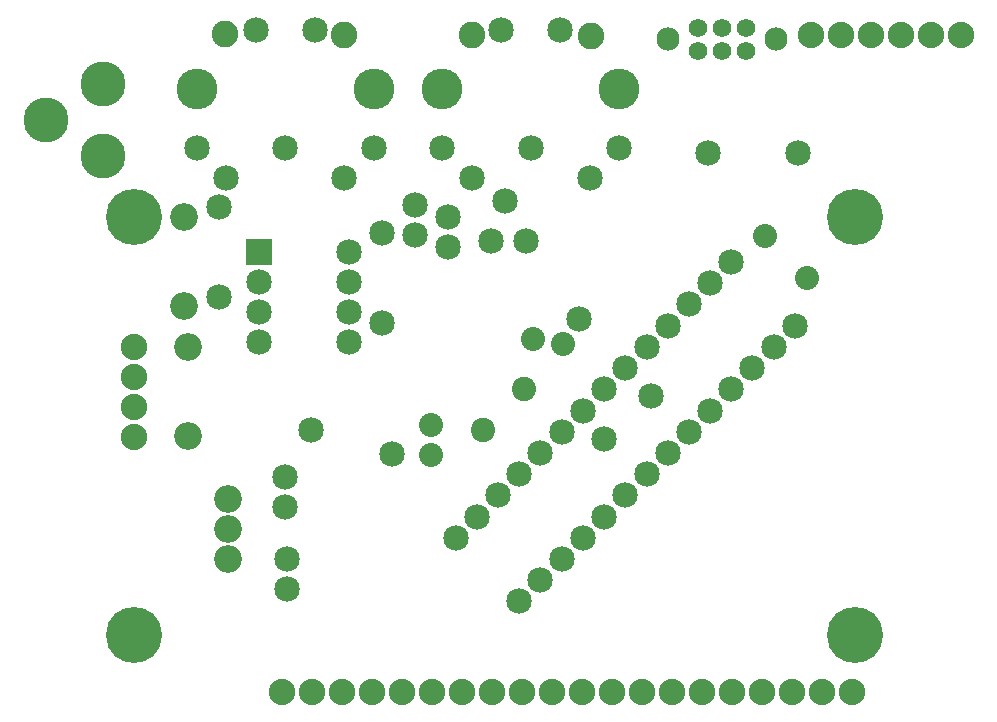
<source format=gts>
G04 MADE WITH FRITZING*
G04 WWW.FRITZING.ORG*
G04 DOUBLE SIDED*
G04 HOLES PLATED*
G04 CONTOUR ON CENTER OF CONTOUR VECTOR*
%ASAXBY*%
%FSLAX23Y23*%
%MOIN*%
%OFA0B0*%
%SFA1.0B1.0*%
%ADD10C,0.061496*%
%ADD11C,0.077244*%
%ADD12C,0.085000*%
%ADD13C,0.092000*%
%ADD14C,0.088740*%
%ADD15C,0.088000*%
%ADD16C,0.187165*%
%ADD17C,0.080925*%
%ADD18C,0.080866*%
%ADD19C,0.080000*%
%ADD20C,0.136000*%
%ADD21C,0.150000*%
%ADD22R,0.085000X0.085000*%
%ADD23C,0.030000*%
%LNMASK1*%
G90*
G70*
G54D10*
X2289Y2281D03*
X2289Y2202D03*
X2368Y2281D03*
X2368Y2202D03*
X2447Y2281D03*
X2447Y2202D03*
G54D11*
X2549Y2242D03*
X2187Y2242D03*
G54D10*
X2289Y2281D03*
X2289Y2202D03*
X2368Y2281D03*
X2368Y2202D03*
X2447Y2281D03*
X2447Y2202D03*
G54D11*
X2549Y2242D03*
X2187Y2242D03*
G54D12*
X1234Y1596D03*
X1234Y1296D03*
G54D13*
X573Y1651D03*
X573Y1353D03*
G54D12*
X1266Y861D03*
X999Y940D03*
G54D14*
X1931Y2253D03*
X1108Y2257D03*
X1533Y2257D03*
X710Y2261D03*
G54D15*
X407Y918D03*
X407Y1018D03*
X407Y1118D03*
X407Y1218D03*
G54D12*
X1715Y1570D03*
X1892Y1309D03*
G54D15*
X2802Y68D03*
X2702Y68D03*
X2602Y68D03*
X2502Y68D03*
X2402Y68D03*
X2302Y68D03*
X2202Y68D03*
X2102Y68D03*
X2002Y68D03*
X1902Y68D03*
X1802Y68D03*
X1702Y68D03*
X1602Y68D03*
X1502Y68D03*
X1402Y68D03*
X1302Y68D03*
X1202Y68D03*
X1102Y68D03*
X1002Y68D03*
X902Y68D03*
G54D16*
X407Y257D03*
X407Y1651D03*
X2812Y257D03*
X2812Y1651D03*
G54D12*
X2399Y1500D03*
X2611Y1288D03*
X2328Y1429D03*
X2540Y1217D03*
X2257Y1359D03*
X2469Y1146D03*
X2187Y1288D03*
X2399Y1076D03*
X2116Y1217D03*
X2328Y1005D03*
X2045Y1146D03*
X2257Y934D03*
X1975Y1076D03*
X2187Y864D03*
X1904Y1005D03*
X2116Y793D03*
X1833Y934D03*
X2045Y722D03*
X1762Y864D03*
X1975Y651D03*
X1692Y793D03*
X1904Y581D03*
X1621Y722D03*
X1833Y510D03*
X1550Y651D03*
X1762Y439D03*
X1480Y581D03*
X1692Y369D03*
G54D17*
X1570Y940D03*
G54D18*
X1706Y1076D03*
G54D19*
X1738Y1242D03*
X1837Y1228D03*
X1399Y856D03*
X1399Y956D03*
G54D12*
X1206Y1879D03*
X1108Y1781D03*
X911Y1879D03*
X714Y1781D03*
X616Y1879D03*
X1010Y2273D03*
G54D20*
X616Y2076D03*
X1206Y2076D03*
G54D12*
X813Y2273D03*
X2025Y1879D03*
X1927Y1781D03*
X1730Y1879D03*
X1533Y1781D03*
X1435Y1879D03*
X1829Y2273D03*
G54D20*
X1435Y2076D03*
X2025Y2076D03*
G54D12*
X1632Y2273D03*
G54D21*
X305Y1852D03*
X305Y2092D03*
X115Y1972D03*
G54D13*
X722Y509D03*
X722Y609D03*
X722Y709D03*
G54D12*
X911Y683D03*
X911Y783D03*
X919Y509D03*
X919Y409D03*
G54D13*
X588Y919D03*
X588Y1217D03*
G54D15*
X3163Y2257D03*
X3063Y2257D03*
X2963Y2257D03*
X2863Y2257D03*
X2763Y2257D03*
X2663Y2257D03*
G54D12*
X825Y1534D03*
X1125Y1534D03*
X825Y1434D03*
X1125Y1434D03*
X825Y1334D03*
X1125Y1334D03*
X825Y1234D03*
X1125Y1234D03*
X691Y1683D03*
X691Y1383D03*
G54D19*
X2510Y1588D03*
X2651Y1447D03*
G54D12*
X2321Y1864D03*
X2621Y1864D03*
X1344Y1690D03*
X1344Y1590D03*
X1455Y1651D03*
X1455Y1551D03*
X1644Y1704D03*
X1597Y1570D03*
X2132Y1053D03*
X1974Y911D03*
G54D22*
X825Y1534D03*
G54D23*
G36*
X604Y1621D02*
X542Y1621D01*
X542Y1683D01*
X604Y1683D01*
X604Y1621D01*
G37*
D02*
G36*
X2438Y1500D02*
X2399Y1461D01*
X2360Y1500D01*
X2399Y1539D01*
X2438Y1500D01*
G37*
D02*
G36*
X691Y540D02*
X753Y540D01*
X753Y478D01*
X691Y478D01*
X691Y540D01*
G37*
D02*
G36*
X884Y710D02*
X939Y710D01*
X939Y655D01*
X884Y655D01*
X884Y710D01*
G37*
D02*
G36*
X947Y482D02*
X892Y482D01*
X892Y537D01*
X947Y537D01*
X947Y482D01*
G37*
D02*
G36*
X557Y949D02*
X619Y949D01*
X619Y887D01*
X557Y887D01*
X557Y949D01*
G37*
D02*
G04 End of Mask1*
M02*
</source>
